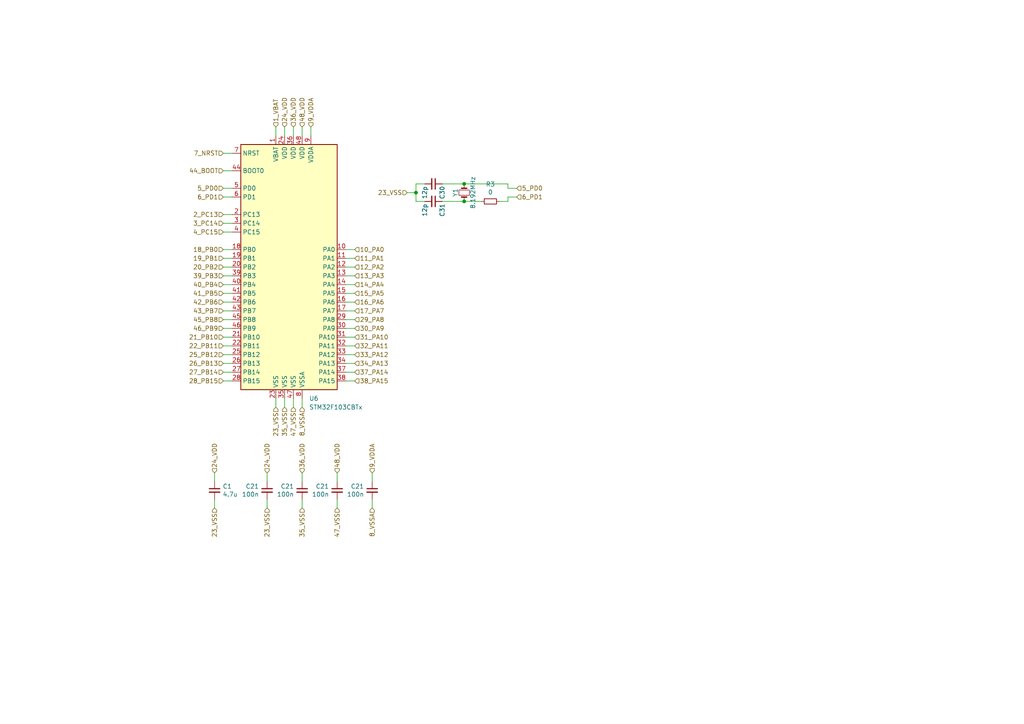
<source format=kicad_sch>
(kicad_sch (version 20230121) (generator eeschema)
  (paper "A4")
  (lib_symbols
    (symbol "Device:C_Small" (pin_numbers hide) (pin_names (offset 0.254) hide)
      (property "Reference" "C" (at 0.254 1.778 0))
      (property "Value" "C_Small" (at 0.254 -2.032 0))
      (symbol "C_Small_0_1"
        (polyline (pts (xy -1.524 -0.508) (xy 1.524 -0.508)) (stroke (width 0.3302)))
        (polyline (pts (xy -1.524 0.508) (xy 1.524 0.508)) (stroke (width 0.3048)))
      )
      (symbol "C_Small_1_1"
        (pin passive line (at 0 2.54 270) (length 2.032) (name "~") (number "1"))
        (pin passive line (at 0 -2.54 90) (length 2.032) (name "~") (number "2"))
      )
    )
    (symbol "Device:Crystal_Small" (pin_numbers hide) (pin_names (offset 1.016) hide)
      (property "Reference" "Y" (at 0 2.54 0))
      (property "Value" "Crystal_Small" (at 0 -2.54 0))
      (symbol "Crystal_Small_0_1"
        (rectangle (start -0.762 -1.524) (end 0.762 1.524))
        (polyline (pts (xy -1.27 -0.762) (xy -1.27 0.762)) (stroke (width 0.381)))
        (polyline (pts (xy 1.27 -0.762) (xy 1.27 0.762)) (stroke (width 0.381)))
      )
      (symbol "Crystal_Small_1_1"
        (pin passive line (at -2.54 0 0) (length 1.27) (name "1") (number "1"))
        (pin passive line (at 2.54 0 180) (length 1.27) (name "2") (number "2"))
      )
    )
    (symbol "Device:R_Small" (pin_numbers hide) (pin_names (offset 0.254) hide)
      (property "Reference" "R" (at 0.762 0.508 0))
      (property "Value" "R_Small" (at 0.762 -1.016 0))
      (symbol "R_Small_0_1"
        (rectangle (start -0.762 1.778) (end 0.762 -1.778) (stroke (width 0.2032)))
      )
      (symbol "R_Small_1_1"
        (pin passive line (at 0 2.54 270) (length 0.762) (name "~") (number "1"))
        (pin passive line (at 0 -2.54 90) (length 0.762) (name "~") (number "2"))
      )
    )
    (symbol "FreeEEG32-ads131-rescue:C_Small-Device" (pin_numbers hide) (pin_names (offset 0.254) hide)
      (property "Reference" "C" (at 0.254 1.778 0))
      (property "Value" "C_Small-Device" (at 0.254 -2.032 0))
      (symbol "C_Small-Device_0_1"
        (polyline (pts (xy -1.524 -0.508) (xy 1.524 -0.508)) (stroke (width 0.3302)))
        (polyline (pts (xy -1.524 0.508) (xy 1.524 0.508)) (stroke (width 0.3048)))
      )
      (symbol "C_Small-Device_1_1"
        (pin passive line (at 0 2.54 270) (length 2.032) (name "~") (number "1"))
        (pin passive line (at 0 -2.54 90) (length 2.032) (name "~") (number "2"))
      )
    )
    (symbol "MCU_ST_STM32F1:STM32F103CBTx"
      (property "Reference" "U" (at -15.24 36.83 0))
      (property "Value" "STM32F103CBTx" (at 7.62 36.83 0))
      (symbol "STM32F103CBTx_0_1"
        (rectangle (start -15.24 -35.56) (end 12.7 35.56) (stroke (width 0.254)) (fill (type background)))
      )
      (symbol "STM32F103CBTx_1_1"
        (pin power_in line (at -5.08 38.1 270) (length 2.54) (name "VBAT") (number "1"))
        (pin bidirectional line (at 15.24 5.08 180) (length 2.54) (name "PA0") (number "10"))
        (pin bidirectional line (at 15.24 2.54 180) (length 2.54) (name "PA1") (number "11"))
        (pin bidirectional line (at 15.24 0 180) (length 2.54) (name "PA2") (number "12"))
        (pin bidirectional line (at 15.24 -2.54 180) (length 2.54) (name "PA3") (number "13"))
        (pin bidirectional line (at 15.24 -5.08 180) (length 2.54) (name "PA4") (number "14"))
        (pin bidirectional line (at 15.24 -7.62 180) (length 2.54) (name "PA5") (number "15"))
        (pin bidirectional line (at 15.24 -10.16 180) (length 2.54) (name "PA6") (number "16"))
        (pin bidirectional line (at 15.24 -12.7 180) (length 2.54) (name "PA7") (number "17"))
        (pin bidirectional line (at -17.78 5.08 0) (length 2.54) (name "PB0") (number "18"))
        (pin bidirectional line (at -17.78 2.54 0) (length 2.54) (name "PB1") (number "19"))
        (pin bidirectional line (at -17.78 15.24 0) (length 2.54) (name "PC13") (number "2"))
        (pin bidirectional line (at -17.78 0 0) (length 2.54) (name "PB2") (number "20"))
        (pin bidirectional line (at -17.78 -20.32 0) (length 2.54) (name "PB10") (number "21"))
        (pin bidirectional line (at -17.78 -22.86 0) (length 2.54) (name "PB11") (number "22"))
        (pin power_in line (at -5.08 -38.1 90) (length 2.54) (name "VSS") (number "23"))
        (pin power_in line (at -2.54 38.1 270) (length 2.54) (name "VDD") (number "24"))
        (pin bidirectional line (at -17.78 -25.4 0) (length 2.54) (name "PB12") (number "25"))
        (pin bidirectional line (at -17.78 -27.94 0) (length 2.54) (name "PB13") (number "26"))
        (pin bidirectional line (at -17.78 -30.48 0) (length 2.54) (name "PB14") (number "27"))
        (pin bidirectional line (at -17.78 -33.02 0) (length 2.54) (name "PB15") (number "28"))
        (pin bidirectional line (at 15.24 -15.24 180) (length 2.54) (name "PA8") (number "29"))
        (pin bidirectional line (at -17.78 12.7 0) (length 2.54) (name "PC14") (number "3"))
        (pin bidirectional line (at 15.24 -17.78 180) (length 2.54) (name "PA9") (number "30"))
        (pin bidirectional line (at 15.24 -20.32 180) (length 2.54) (name "PA10") (number "31"))
        (pin bidirectional line (at 15.24 -22.86 180) (length 2.54) (name "PA11") (number "32"))
        (pin bidirectional line (at 15.24 -25.4 180) (length 2.54) (name "PA12") (number "33"))
        (pin bidirectional line (at 15.24 -27.94 180) (length 2.54) (name "PA13") (number "34"))
        (pin power_in line (at -2.54 -38.1 90) (length 2.54) (name "VSS") (number "35"))
        (pin power_in line (at 0 38.1 270) (length 2.54) (name "VDD") (number "36"))
        (pin bidirectional line (at 15.24 -30.48 180) (length 2.54) (name "PA14") (number "37"))
        (pin bidirectional line (at 15.24 -33.02 180) (length 2.54) (name "PA15") (number "38"))
        (pin bidirectional line (at -17.78 -2.54 0) (length 2.54) (name "PB3") (number "39"))
        (pin bidirectional line (at -17.78 10.16 0) (length 2.54) (name "PC15") (number "4"))
        (pin bidirectional line (at -17.78 -5.08 0) (length 2.54) (name "PB4") (number "40"))
        (pin bidirectional line (at -17.78 -7.62 0) (length 2.54) (name "PB5") (number "41"))
        (pin bidirectional line (at -17.78 -10.16 0) (length 2.54) (name "PB6") (number "42"))
        (pin bidirectional line (at -17.78 -12.7 0) (length 2.54) (name "PB7") (number "43"))
        (pin input line (at -17.78 27.94 0) (length 2.54) (name "BOOT0") (number "44"))
        (pin bidirectional line (at -17.78 -15.24 0) (length 2.54) (name "PB8") (number "45"))
        (pin bidirectional line (at -17.78 -17.78 0) (length 2.54) (name "PB9") (number "46"))
        (pin power_in line (at 0 -38.1 90) (length 2.54) (name "VSS") (number "47"))
        (pin power_in line (at 2.54 38.1 270) (length 2.54) (name "VDD") (number "48"))
        (pin input line (at -17.78 22.86 0) (length 2.54) (name "PD0") (number "5"))
        (pin input line (at -17.78 20.32 0) (length 2.54) (name "PD1") (number "6"))
        (pin input line (at -17.78 33.02 0) (length 2.54) (name "NRST") (number "7"))
        (pin power_in line (at 2.54 -38.1 90) (length 2.54) (name "VSSA") (number "8"))
        (pin power_in line (at 5.08 38.1 270) (length 2.54) (name "VDDA") (number "9"))
      )
    )
  )
  (junction (at 134.62 53.34))
  (junction (at 134.62 58.42))
  (junction (at 120.65 55.88))
  (wire (pts (xy 128.27 58.42) (xy 134.62 58.42)))
  (wire (pts (xy 102.87 87.63) (xy 100.33 87.63)))
  (wire (pts (xy 77.47 144.78) (xy 77.47 147.32)))
  (wire (pts (xy 85.09 115.57) (xy 85.09 118.11)))
  (wire (pts (xy 64.77 85.09) (xy 67.31 85.09)))
  (wire (pts (xy 97.79 137.16) (xy 97.79 139.7)))
  (wire (pts (xy 134.62 53.34) (xy 147.32 53.34)))
  (wire (pts (xy 100.33 110.49) (xy 102.87 110.49)))
  (wire (pts (xy 100.33 82.55) (xy 102.87 82.55)))
  (wire (pts (xy 67.31 64.77) (xy 64.77 64.77)))
  (wire (pts (xy 100.33 95.25) (xy 102.87 95.25)))
  (wire (pts (xy 64.77 87.63) (xy 67.31 87.63)))
  (wire (pts (xy 82.55 115.57) (xy 82.55 118.11)))
  (wire (pts (xy 120.65 55.88) (xy 120.65 53.34)))
  (wire (pts (xy 97.79 144.78) (xy 97.79 147.32)))
  (wire (pts (xy 67.31 80.01) (xy 64.77 80.01)))
  (wire (pts (xy 85.09 36.83) (xy 85.09 39.37)))
  (wire (pts (xy 100.33 97.79) (xy 102.87 97.79)))
  (wire (pts (xy 100.33 72.39) (xy 102.87 72.39)))
  (wire (pts (xy 102.87 85.09) (xy 100.33 85.09)))
  (wire (pts (xy 67.31 77.47) (xy 64.77 77.47)))
  (wire (pts (xy 100.33 107.95) (xy 102.87 107.95)))
  (wire (pts (xy 67.31 95.25) (xy 64.77 95.25)))
  (wire (pts (xy 100.33 74.93) (xy 102.87 74.93)))
  (wire (pts (xy 62.23 144.78) (xy 62.23 147.32)))
  (wire (pts (xy 67.31 92.71) (xy 64.77 92.71)))
  (wire (pts (xy 134.62 58.42) (xy 139.7 58.42)))
  (wire (pts (xy 147.32 53.34) (xy 147.32 54.61)))
  (wire (pts (xy 64.77 100.33) (xy 67.31 100.33)))
  (wire (pts (xy 67.31 72.39) (xy 64.77 72.39)))
  (wire (pts (xy 67.31 62.23) (xy 64.77 62.23)))
  (wire (pts (xy 67.31 97.79) (xy 64.77 97.79)))
  (wire (pts (xy 100.33 92.71) (xy 102.87 92.71)))
  (wire (pts (xy 67.31 102.87) (xy 64.77 102.87)))
  (wire (pts (xy 100.33 77.47) (xy 102.87 77.47)))
  (wire (pts (xy 67.31 90.17) (xy 64.77 90.17)))
  (wire (pts (xy 149.86 54.61) (xy 147.32 54.61)))
  (wire (pts (xy 67.31 49.53) (xy 64.77 49.53)))
  (wire (pts (xy 100.33 80.01) (xy 102.87 80.01)))
  (wire (pts (xy 100.33 90.17) (xy 102.87 90.17)))
  (wire (pts (xy 128.27 53.34) (xy 134.62 53.34)))
  (wire (pts (xy 77.47 137.16) (xy 77.47 139.7)))
  (wire (pts (xy 120.65 58.42) (xy 120.65 55.88)))
  (wire (pts (xy 100.33 105.41) (xy 102.87 105.41)))
  (wire (pts (xy 120.65 55.88) (xy 118.11 55.88)))
  (wire (pts (xy 123.19 58.42) (xy 120.65 58.42)))
  (wire (pts (xy 107.95 144.78) (xy 107.95 147.32)))
  (wire (pts (xy 67.31 105.41) (xy 64.77 105.41)))
  (wire (pts (xy 80.01 115.57) (xy 80.01 118.11)))
  (wire (pts (xy 87.63 115.57) (xy 87.63 118.11)))
  (wire (pts (xy 67.31 57.15) (xy 64.77 57.15)))
  (wire (pts (xy 67.31 54.61) (xy 64.77 54.61)))
  (wire (pts (xy 67.31 107.95) (xy 64.77 107.95)))
  (wire (pts (xy 87.63 137.16) (xy 87.63 139.7)))
  (wire (pts (xy 67.31 74.93) (xy 64.77 74.93)))
  (wire (pts (xy 62.23 137.16) (xy 62.23 139.7)))
  (wire (pts (xy 149.86 57.15) (xy 147.32 57.15)))
  (wire (pts (xy 67.31 44.45) (xy 64.77 44.45)))
  (wire (pts (xy 102.87 100.33) (xy 100.33 100.33)))
  (wire (pts (xy 107.95 137.16) (xy 107.95 139.7)))
  (wire (pts (xy 147.32 57.15) (xy 147.32 58.42)))
  (wire (pts (xy 87.63 36.83) (xy 87.63 39.37)))
  (wire (pts (xy 100.33 102.87) (xy 102.87 102.87)))
  (wire (pts (xy 90.17 36.83) (xy 90.17 39.37)))
  (wire (pts (xy 67.31 110.49) (xy 64.77 110.49)))
  (wire (pts (xy 80.01 36.83) (xy 80.01 39.37)))
  (wire (pts (xy 82.55 36.83) (xy 82.55 39.37)))
  (wire (pts (xy 120.65 53.34) (xy 123.19 53.34)))
  (wire (pts (xy 67.31 67.31) (xy 64.77 67.31)))
  (wire (pts (xy 67.31 82.55) (xy 64.77 82.55)))
  (wire (pts (xy 87.63 144.78) (xy 87.63 147.32)))
  (wire (pts (xy 147.32 58.42) (xy 144.78 58.42)))
  (hierarchical_label "42_PB6" (shape input) (at 64.77 87.63 180))
  (hierarchical_label "41_PB5" (shape input) (at 64.77 85.09 180))
  (hierarchical_label "15_PA5" (shape input) (at 102.87 85.09 0))
  (hierarchical_label "2_PC13" (shape input) (at 64.77 62.23 180))
  (hierarchical_label "47_VSS" (shape input) (at 97.79 147.32 270))
  (hierarchical_label "10_PA0" (shape input) (at 102.87 72.39 0))
  (hierarchical_label "9_VDDA" (shape input) (at 107.95 137.16 90))
  (hierarchical_label "19_PB1" (shape input) (at 64.77 74.93 180))
  (hierarchical_label "23_VSS" (shape input) (at 62.23 147.32 270))
  (hierarchical_label "48_VDD" (shape input) (at 97.79 137.16 90))
  (hierarchical_label "48_VDD" (shape input) (at 87.63 36.83 90))
  (hierarchical_label "30_PA9" (shape input) (at 102.87 95.25 0))
  (hierarchical_label "16_PA6" (shape input) (at 102.87 87.63 0))
  (hierarchical_label "27_PB14" (shape input) (at 64.77 107.95 180))
  (hierarchical_label "3_PC14" (shape input) (at 64.77 64.77 180))
  (hierarchical_label "1_VBAT" (shape input) (at 80.01 36.83 90))
  (hierarchical_label "23_VSS" (shape input) (at 80.01 118.11 270))
  (hierarchical_label "24_VDD" (shape input) (at 82.55 36.83 90))
  (hierarchical_label "43_PB7" (shape input) (at 64.77 90.17 180))
  (hierarchical_label "9_VDDA" (shape input) (at 90.17 36.83 90))
  (hierarchical_label "36_VDD" (shape input) (at 85.09 36.83 90))
  (hierarchical_label "6_PD1" (shape input) (at 149.86 57.15 0))
  (hierarchical_label "14_PA4" (shape input) (at 102.87 82.55 0))
  (hierarchical_label "24_VDD" (shape input) (at 77.47 137.16 90))
  (hierarchical_label "22_PB11" (shape input) (at 64.77 100.33 180))
  (hierarchical_label "5_PD0" (shape input) (at 64.77 54.61 180))
  (hierarchical_label "23_VSS" (shape input) (at 77.47 147.32 270))
  (hierarchical_label "45_PB8" (shape input) (at 64.77 92.71 180))
  (hierarchical_label "35_VSS" (shape input) (at 82.55 118.11 270))
  (hierarchical_label "26_PB13" (shape input) (at 64.77 105.41 180))
  (hierarchical_label "34_PA13" (shape input) (at 102.87 105.41 0))
  (hierarchical_label "7_NRST" (shape input) (at 64.77 44.45 180))
  (hierarchical_label "35_VSS" (shape input) (at 87.63 147.32 270))
  (hierarchical_label "37_PA14" (shape input) (at 102.87 107.95 0))
  (hierarchical_label "23_VSS" (shape input) (at 118.11 55.88 180))
  (hierarchical_label "44_BOOT" (shape input) (at 64.77 49.53 180))
  (hierarchical_label "6_PD1" (shape input) (at 64.77 57.15 180))
  (hierarchical_label "38_PA15" (shape input) (at 102.87 110.49 0))
  (hierarchical_label "8_VSSA" (shape input) (at 87.63 118.11 270))
  (hierarchical_label "8_VSSA" (shape input) (at 107.95 147.32 270))
  (hierarchical_label "18_PB0" (shape input) (at 64.77 72.39 180))
  (hierarchical_label "25_PB12" (shape input) (at 64.77 102.87 180))
  (hierarchical_label "40_PB4" (shape input) (at 64.77 82.55 180))
  (hierarchical_label "39_PB3" (shape input) (at 64.77 80.01 180))
  (hierarchical_label "24_VDD" (shape input) (at 62.23 137.16 90))
  (hierarchical_label "17_PA7" (shape input) (at 102.87 90.17 0))
  (hierarchical_label "47_VSS" (shape input) (at 85.09 118.11 270))
  (hierarchical_label "46_PB9" (shape input) (at 64.77 95.25 180))
  (hierarchical_label "11_PA1" (shape input) (at 102.87 74.93 0))
  (hierarchical_label "5_PD0" (shape input) (at 149.86 54.61 0))
  (hierarchical_label "20_PB2" (shape input) (at 64.77 77.47 180))
  (hierarchical_label "12_PA2" (shape input) (at 102.87 77.47 0))
  (hierarchical_label "36_VDD" (shape input) (at 87.63 137.16 90))
  (hierarchical_label "32_PA11" (shape input) (at 102.87 100.33 0))
  (hierarchical_label "13_PA3" (shape input) (at 102.87 80.01 0))
  (hierarchical_label "4_PC15" (shape input) (at 64.77 67.31 180))
  (hierarchical_label "33_PA12" (shape input) (at 102.87 102.87 0))
  (hierarchical_label "28_PB15" (shape input) (at 64.77 110.49 180))
  (hierarchical_label "21_PB10" (shape input) (at 64.77 97.79 180))
  (hierarchical_label "29_PA8" (shape input) (at 102.87 92.71 0))
  (hierarchical_label "31_PA10" (shape input) (at 102.87 97.79 0))
  (symbol (lib_id "Device:R_Small") (at 142.24 58.42 270) (unit 1)
    (property "Reference" "R3" (at 142.24 53.4416 90))
    (property "Value" "0" (at 142.24 55.753 90))
    (property "Footprint" "Resistor_SMD:R_0402_1005Metric" (effects hide))
  )
  (symbol (lib_id "Device:Crystal_Small") (at 134.62 55.88 270) (unit 1)
    (property "Reference" "Y1" (at 132.08 55.88 0))
    (property "Value" "8.192MHz" (at 137.16 55.88 0))
    (property "Footprint" "Crystal:Crystal_SMD_Abracon_ABM3-2Pin_5.0x3.2mm" (effects hide))
    (property "Datasheet" "https://eu.mouser.com/datasheet/2/3/abm3-1774854.pdf" (effects hide))
    (property "MNP" "ABM3-8.192MHZ-B4Y-T" (effects hide))
    (property "Manufacturer" "Abracon" (effects hide))
  )
  (symbol (lib_id "FreeEEG32-ads131-rescue:C_Small-Device") (at 77.47 142.24 0) (mirror y) (unit 1)
    (property "Reference" "C21" (at 75.1332 141.0716 0) (effects (justify left)))
    (property "Value" "100n" (at 75.1332 143.383 0) (effects (justify left)))
    (property "Footprint" "Capacitor_SMD:C_0402_1005Metric" (effects hide))
    (property "Datasheet" "C0G" (effects hide))
    (property "MNP" "CL05B104KO5NNNC" (effects hide))
    (instances (project "freeeeg16-alpha" (path "" (reference "C21") (unit 1)) (path "" (reference "C33") (unit 1))))
  )
  (symbol (lib_id "FreeEEG32-ads131-rescue:C_Small-Device") (at 87.63 142.24 0) (mirror y) (unit 1)
    (property "Reference" "C21" (at 85.2932 141.0716 0) (effects (justify left)))
    (property "Value" "100n" (at 85.2932 143.383 0) (effects (justify left)))
    (property "Footprint" "Capacitor_SMD:C_0402_1005Metric" (effects hide))
    (property "Datasheet" "C0G" (effects hide))
    (property "MNP" "CL05B104KO5NNNC" (effects hide))
    (instances (project "freeeeg16-alpha" (path "" (reference "C21") (unit 1)) (path "" (reference "C34") (unit 1))))
  )
  (symbol (lib_id "Device:C_Small") (at 125.73 58.42 270) (unit 1)
    (property "Reference" "C31" (at 128.27 60.96 0))
    (property "Value" "12p" (at 123.19 60.96 0))
  )
  (symbol (lib_id "Device:C_Small") (at 125.73 53.34 270) (unit 1)
    (property "Reference" "C30" (at 128.27 55.88 0))
    (property "Value" "12p" (at 123.19 55.88 0))
  )
  (symbol (lib_id "FreeEEG32-ads131-rescue:C_Small-Device") (at 62.23 142.24 0) (unit 1)
    (property "Reference" "C1" (at 64.5668 141.0716 0) (effects (justify left)))
    (property "Value" "4.7u" (at 64.5668 143.383 0) (effects (justify left)))
    (property "Footprint" "Capacitor_SMD:C_0603_1608Metric" (effects hide))
    (property "MNP" "C0603C475K9PACTU" (effects hide))
    (instances (project "freeeeg16-alpha" (path "" (reference "C1") (unit 1)) (path "" (reference "C32") (unit 1))))
  )
  (symbol (lib_id "MCU_ST_STM32F1:STM32F103CBTx") (at 85.09 77.47 0) (unit 1)
    (property "Reference" "U6" (at 89.6494 115.57 0) (effects (justify left)))
    (property "Value" "STM32F103CBTx" (at 89.6494 118.11 0) (effects (justify left)))
    (property "Footprint" "Package_QFP:LQFP-48_7x7mm_P0.5mm" (effects hide))
    (property "Datasheet" "http://www.st.com/st-web-ui/static/active/en/resource/technical/document/datasheet/CD00161566.pdf" (effects hide))
    (property "MNP" "STM32F103C8T6" (effects hide))
  )
  (symbol (lib_id "FreeEEG32-ads131-rescue:C_Small-Device") (at 107.95 142.24 0) (mirror y) (unit 1)
    (property "Reference" "C21" (at 105.6132 141.0716 0) (effects (justify left)))
    (property "Value" "100n" (at 105.6132 143.383 0) (effects (justify left)))
    (property "Footprint" "Capacitor_SMD:C_0402_1005Metric" (effects hide))
    (property "Datasheet" "C0G" (effects hide))
    (property "MNP" "CL05B104KO5NNNC" (effects hide))
    (instances (project "freeeeg16-alpha" (path "" (reference "C21") (unit 1)) (path "" (reference "C36") (unit 1))))
  )
  (symbol (lib_id "FreeEEG32-ads131-rescue:C_Small-Device") (at 97.79 142.24 0) (mirror y) (unit 1)
    (property "Reference" "C21" (at 95.4532 141.0716 0) (effects (justify left)))
    (property "Value" "100n" (at 95.4532 143.383 0) (effects (justify left)))
    (property "Footprint" "Capacitor_SMD:C_0402_1005Metric" (effects hide))
    (property "Datasheet" "C0G" (effects hide))
    (property "MNP" "CL05B104KO5NNNC" (effects hide))
    (instances (project "freeeeg16-alpha" (path "" (reference "C21") (unit 1)) (path "" (reference "C35") (unit 1))))
  )
)
</source>
